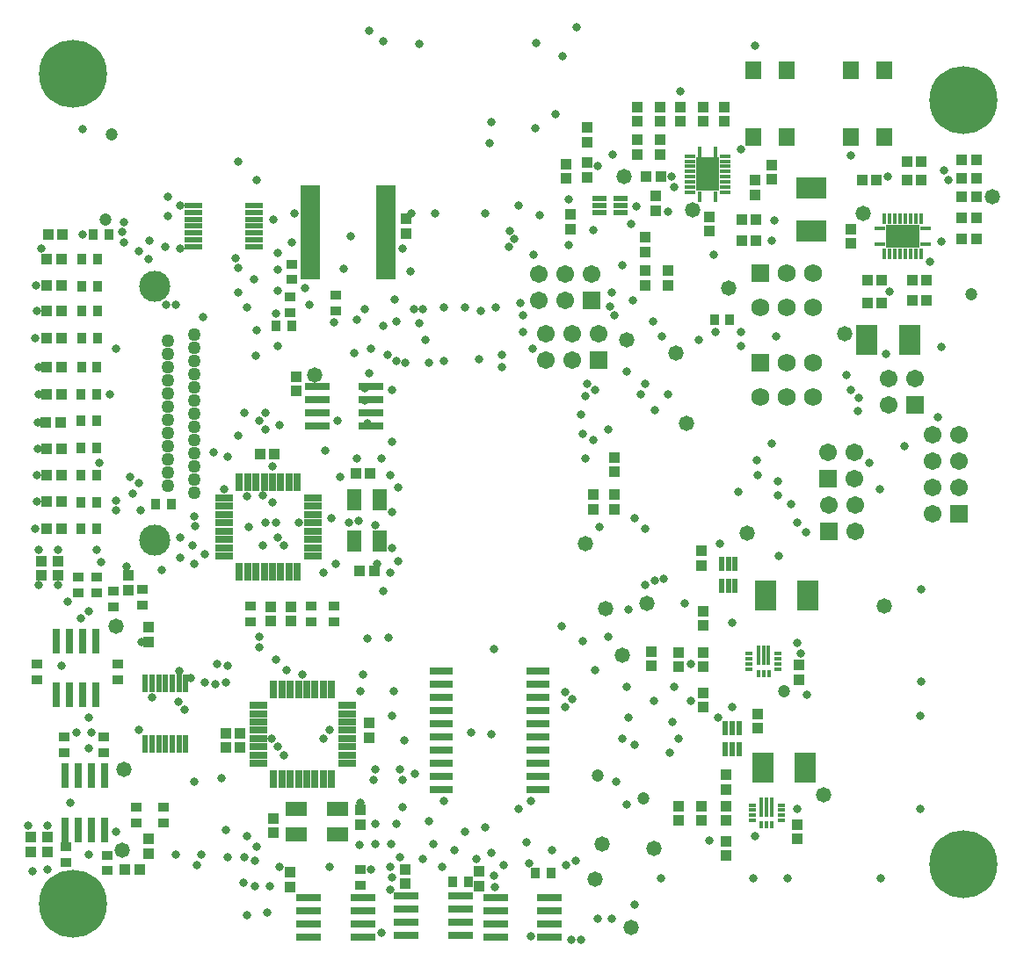
<source format=gbs>
G04*
G04 #@! TF.GenerationSoftware,Altium Limited,Altium Designer,18.0.12 (696)*
G04*
G04 Layer_Color=16711935*
%FSLAX25Y25*%
%MOIN*%
G70*
G01*
G75*
%ADD23R,0.05524X0.07887*%
%ADD27R,0.03556X0.04343*%
%ADD28R,0.04343X0.03950*%
%ADD29R,0.04343X0.03556*%
%ADD30R,0.05400X0.02200*%
%ADD36R,0.03950X0.04343*%
%ADD40C,0.06706*%
%ADD41R,0.06706X0.06706*%
%ADD42R,0.06706X0.06706*%
%ADD43C,0.06800*%
%ADD44R,0.06800X0.06800*%
%ADD45C,0.05000*%
%ADD46C,0.25800*%
%ADD47C,0.03162*%
%ADD48C,0.05800*%
%ADD49C,0.04737*%
%ADD50C,0.11800*%
%ADD119R,0.09461X0.03162*%
%ADD120R,0.03162X0.09461*%
%ADD121R,0.08674X0.03162*%
%ADD122R,0.02965X0.06706*%
%ADD123R,0.06706X0.02965*%
%ADD124R,0.05918X0.06902*%
%ADD125R,0.08339X0.11784*%
%ADD126R,0.11784X0.08339*%
%ADD127R,0.07300X0.02500*%
%ADD128R,0.02200X0.05400*%
%ADD129R,0.06600X0.02200*%
%ADD130R,0.02200X0.06600*%
%ADD131R,0.02965X0.06706*%
%ADD132R,0.06706X0.02965*%
%ADD133R,0.02762X0.01345*%
%ADD134R,0.01345X0.02762*%
%ADD135R,0.01266X0.07447*%
%ADD136R,0.07887X0.05524*%
%ADD137R,0.12887X0.08950*%
%ADD138R,0.01824X0.04343*%
%ADD139R,0.04343X0.01824*%
%ADD140R,0.08950X0.12887*%
D23*
X136221Y157480D02*
D03*
Y173228D02*
D03*
X126772D02*
D03*
Y157480D02*
D03*
D27*
X29134Y223622D02*
D03*
X23228D02*
D03*
X102953Y239370D02*
D03*
X97047D02*
D03*
X195472Y31496D02*
D03*
X201378D02*
D03*
X163976Y28346D02*
D03*
X169882D02*
D03*
X51378Y171653D02*
D03*
X57284D02*
D03*
X27756Y274016D02*
D03*
X33661D02*
D03*
X23317Y244882D02*
D03*
X29223D02*
D03*
X23317Y234646D02*
D03*
X29223D02*
D03*
X23317Y264567D02*
D03*
X29223D02*
D03*
X23317Y254331D02*
D03*
X29223D02*
D03*
X23031Y192913D02*
D03*
X28937D02*
D03*
X23031Y182677D02*
D03*
X28937D02*
D03*
X263189Y241732D02*
D03*
X269094D02*
D03*
X23031Y162205D02*
D03*
X28937D02*
D03*
X23031Y172441D02*
D03*
X28937D02*
D03*
X23031Y203150D02*
D03*
X28937D02*
D03*
X23031Y213386D02*
D03*
X28937D02*
D03*
D28*
X146457Y274409D02*
D03*
Y279921D02*
D03*
X146063Y33071D02*
D03*
Y27559D02*
D03*
X174016Y32283D02*
D03*
Y26772D02*
D03*
X102362Y26378D02*
D03*
Y31890D02*
D03*
X48819Y119291D02*
D03*
Y124803D02*
D03*
X7874Y150000D02*
D03*
Y144488D02*
D03*
X40945D02*
D03*
Y138976D02*
D03*
X14173Y150000D02*
D03*
Y144488D02*
D03*
X48819Y38976D02*
D03*
Y44488D02*
D03*
X10236Y39764D02*
D03*
Y45276D02*
D03*
X3937Y39764D02*
D03*
Y45276D02*
D03*
X314961Y275984D02*
D03*
Y270472D02*
D03*
X207087Y295276D02*
D03*
Y300787D02*
D03*
X214961Y301181D02*
D03*
Y295669D02*
D03*
X261417Y275197D02*
D03*
Y280709D02*
D03*
X240945Y283071D02*
D03*
Y288583D02*
D03*
X266929Y322441D02*
D03*
Y316929D02*
D03*
X233858Y316929D02*
D03*
Y322441D02*
D03*
X250394Y322441D02*
D03*
Y316929D02*
D03*
X242520Y322441D02*
D03*
Y316929D02*
D03*
Y309842D02*
D03*
Y304331D02*
D03*
X233858Y304331D02*
D03*
Y309842D02*
D03*
X259055Y322441D02*
D03*
Y316929D02*
D03*
X294488Y44488D02*
D03*
Y50000D02*
D03*
X267717Y38189D02*
D03*
Y43701D02*
D03*
X249606Y115354D02*
D03*
Y109843D02*
D03*
X102625Y127165D02*
D03*
Y132677D02*
D03*
X95013Y132677D02*
D03*
Y127165D02*
D03*
X258268Y148425D02*
D03*
Y153937D02*
D03*
X259055Y109843D02*
D03*
Y115354D02*
D03*
X239370Y115748D02*
D03*
Y110236D02*
D03*
X295276Y110630D02*
D03*
Y105118D02*
D03*
X259055Y131102D02*
D03*
Y125591D02*
D03*
X259055Y100000D02*
D03*
Y94488D02*
D03*
X225197Y183858D02*
D03*
Y189370D02*
D03*
X258268Y57087D02*
D03*
Y51575D02*
D03*
X267717Y51575D02*
D03*
Y57087D02*
D03*
X249606Y57087D02*
D03*
Y51575D02*
D03*
X279528Y86614D02*
D03*
Y92126D02*
D03*
X225197Y169685D02*
D03*
Y175197D02*
D03*
X217323Y175197D02*
D03*
Y169685D02*
D03*
X267717Y68898D02*
D03*
Y63386D02*
D03*
X132283Y88583D02*
D03*
Y83071D02*
D03*
X83465Y79134D02*
D03*
Y84646D02*
D03*
X77953Y79134D02*
D03*
Y84646D02*
D03*
X104724Y220079D02*
D03*
Y214567D02*
D03*
X96063Y52362D02*
D03*
Y46850D02*
D03*
X129134Y50000D02*
D03*
Y55512D02*
D03*
X214961Y314567D02*
D03*
Y309055D02*
D03*
X237008Y260236D02*
D03*
Y254724D02*
D03*
X285039Y300394D02*
D03*
Y294882D02*
D03*
X278740Y288976D02*
D03*
Y294488D02*
D03*
X245669Y254724D02*
D03*
Y260236D02*
D03*
X208661Y275984D02*
D03*
Y281496D02*
D03*
X237008Y272835D02*
D03*
Y267323D02*
D03*
D29*
X6299Y110827D02*
D03*
Y104921D02*
D03*
X102362Y250197D02*
D03*
Y244291D02*
D03*
X103150Y262795D02*
D03*
Y256890D02*
D03*
X129134Y26969D02*
D03*
Y32874D02*
D03*
X35433Y132677D02*
D03*
Y138583D02*
D03*
X46457Y133268D02*
D03*
Y139173D02*
D03*
X44094Y56693D02*
D03*
Y50787D02*
D03*
X54331Y56496D02*
D03*
Y50591D02*
D03*
X119685Y250984D02*
D03*
Y245079D02*
D03*
X37008Y110827D02*
D03*
Y104921D02*
D03*
X29134Y143898D02*
D03*
Y137992D02*
D03*
X22047Y143898D02*
D03*
Y137992D02*
D03*
X17323Y35630D02*
D03*
Y41535D02*
D03*
X16535Y83268D02*
D03*
Y77362D02*
D03*
X110236Y132874D02*
D03*
Y126969D02*
D03*
X31496Y77362D02*
D03*
Y83268D02*
D03*
X118898Y132874D02*
D03*
Y126969D02*
D03*
X33071Y32480D02*
D03*
Y38386D02*
D03*
X87402Y132874D02*
D03*
Y126969D02*
D03*
D30*
X219522Y282439D02*
D03*
Y285039D02*
D03*
Y287639D02*
D03*
X227722D02*
D03*
Y285039D02*
D03*
Y282439D02*
D03*
D36*
X16142Y274016D02*
D03*
X10630D02*
D03*
X15640Y264764D02*
D03*
X10128D02*
D03*
X15640Y254724D02*
D03*
X10128D02*
D03*
X15640Y244882D02*
D03*
X10128D02*
D03*
X15640Y234646D02*
D03*
X10128D02*
D03*
X10150Y162401D02*
D03*
X15662D02*
D03*
X10150Y172480D02*
D03*
X15662D02*
D03*
X10150Y182559D02*
D03*
X15662D02*
D03*
X10150Y192638D02*
D03*
X15662D02*
D03*
X9756Y202716D02*
D03*
X15268D02*
D03*
X15662Y213386D02*
D03*
X10150D02*
D03*
X45276Y33071D02*
D03*
X39764D02*
D03*
X326772Y248031D02*
D03*
X321260D02*
D03*
X326772Y256693D02*
D03*
X321260D02*
D03*
X336221Y301575D02*
D03*
X341732D02*
D03*
X341732Y294488D02*
D03*
X336221D02*
D03*
X357087Y302362D02*
D03*
X362598D02*
D03*
X362598Y295276D02*
D03*
X357087D02*
D03*
X362598Y288189D02*
D03*
X357087D02*
D03*
X362598Y280315D02*
D03*
X357087D02*
D03*
X362598Y272441D02*
D03*
X357087D02*
D03*
X343701Y248819D02*
D03*
X338189D02*
D03*
X338189Y256693D02*
D03*
X343701D02*
D03*
X279134Y279528D02*
D03*
X273622D02*
D03*
X279134Y271654D02*
D03*
X273622D02*
D03*
X242913Y296063D02*
D03*
X237402D02*
D03*
X128740Y146457D02*
D03*
X134252D02*
D03*
X90945Y190551D02*
D03*
X96457D02*
D03*
X10150Y223622D02*
D03*
X15662D02*
D03*
X132677Y183465D02*
D03*
X127165D02*
D03*
X324803Y294488D02*
D03*
X319291D02*
D03*
D40*
X345905Y198110D02*
D03*
X355906D02*
D03*
X345905Y188110D02*
D03*
X355906D02*
D03*
X345905Y178110D02*
D03*
X355906D02*
D03*
X345905Y168110D02*
D03*
X196535Y259055D02*
D03*
Y249055D02*
D03*
X206535Y259055D02*
D03*
Y249055D02*
D03*
X216535Y259055D02*
D03*
X199449Y236221D02*
D03*
Y226220D02*
D03*
X209449Y236221D02*
D03*
Y226220D02*
D03*
X219449Y236221D02*
D03*
X316535Y171417D02*
D03*
X306535D02*
D03*
X316535Y161417D02*
D03*
X316299Y191417D02*
D03*
X306299D02*
D03*
X316299Y181417D02*
D03*
X329370Y209449D02*
D03*
X339370Y219449D02*
D03*
X329370D02*
D03*
D41*
X355906Y168110D02*
D03*
X306535Y161417D02*
D03*
X306299Y181417D02*
D03*
X339370Y209449D02*
D03*
D42*
X216535Y249055D02*
D03*
X219449Y226220D02*
D03*
D43*
X300787Y212161D02*
D03*
X290787D02*
D03*
X280787D02*
D03*
X300787Y225161D02*
D03*
X290787D02*
D03*
X290551Y259256D02*
D03*
X300551D02*
D03*
X280551Y246256D02*
D03*
X290551D02*
D03*
X300551D02*
D03*
D44*
X280787Y225161D02*
D03*
X280551Y259256D02*
D03*
D45*
X65905Y231122D02*
D03*
Y236122D02*
D03*
Y221122D02*
D03*
Y226122D02*
D03*
Y216122D02*
D03*
X55905Y218622D02*
D03*
X65905Y211122D02*
D03*
X55905Y213622D02*
D03*
X65905Y186122D02*
D03*
Y181122D02*
D03*
Y176122D02*
D03*
Y201122D02*
D03*
Y206122D02*
D03*
Y191122D02*
D03*
Y196122D02*
D03*
X55905Y233622D02*
D03*
Y203622D02*
D03*
Y208622D02*
D03*
Y228622D02*
D03*
Y198622D02*
D03*
Y223622D02*
D03*
Y188622D02*
D03*
Y193622D02*
D03*
Y178622D02*
D03*
Y183622D02*
D03*
D46*
X357520Y325000D02*
D03*
Y35000D02*
D03*
X20000Y20000D02*
D03*
Y335000D02*
D03*
D47*
X328346Y228740D02*
D03*
X137008Y9055D02*
D03*
X193701Y7480D02*
D03*
X209124Y6291D02*
D03*
X212598Y6299D02*
D03*
X348031Y204724D02*
D03*
X278150Y29528D02*
D03*
X242913D02*
D03*
X326279D02*
D03*
X291043D02*
D03*
X341339Y91339D02*
D03*
Y56102D02*
D03*
X341732Y139370D02*
D03*
Y104134D02*
D03*
X222835Y200000D02*
D03*
X217322Y196063D02*
D03*
X212598Y205512D02*
D03*
X218110Y214960D02*
D03*
X214355Y212598D02*
D03*
X213386Y198425D02*
D03*
X214960Y217299D02*
D03*
X237008Y217323D02*
D03*
X229921Y222047D02*
D03*
X233070Y166141D02*
D03*
X237008Y162205D02*
D03*
X251968Y133858D02*
D03*
X235433Y213386D02*
D03*
X190551Y237007D02*
D03*
X194453Y230673D02*
D03*
X182677Y223622D02*
D03*
X182677Y228346D02*
D03*
X160630Y225984D02*
D03*
X155118Y225197D02*
D03*
X145882Y225409D02*
D03*
X142519Y225984D02*
D03*
X130709Y215748D02*
D03*
X131496Y202362D02*
D03*
X115748Y192126D02*
D03*
X273228Y231496D02*
D03*
X273228Y237007D02*
D03*
X257480Y233858D02*
D03*
X263779Y237007D02*
D03*
X243307Y235433D02*
D03*
X239843Y240945D02*
D03*
X232283Y248818D02*
D03*
X225197Y243307D02*
D03*
X224410Y251969D02*
D03*
X279311Y188189D02*
D03*
X292441Y171653D02*
D03*
X287401Y174803D02*
D03*
X287402Y180315D02*
D03*
X279528Y182677D02*
D03*
X285039Y194488D02*
D03*
X121260Y181890D02*
D03*
X137115Y188976D02*
D03*
X140945Y195275D02*
D03*
X127559Y188976D02*
D03*
X98425Y201574D02*
D03*
X95669Y185827D02*
D03*
X85039Y206299D02*
D03*
X92913D02*
D03*
X90551Y203150D02*
D03*
X92913Y200000D02*
D03*
X97638Y231496D02*
D03*
Y252756D02*
D03*
Y260630D02*
D03*
X103150Y270866D02*
D03*
X97638Y266929D02*
D03*
X176378Y48819D02*
D03*
X168504Y47244D02*
D03*
X155118Y51181D02*
D03*
X144882Y56693D02*
D03*
X142519Y50394D02*
D03*
X134646Y50394D02*
D03*
X133859Y66929D02*
D03*
X149606Y69291D02*
D03*
X144094Y70866D02*
D03*
X134645D02*
D03*
X144882Y66929D02*
D03*
X145669Y81890D02*
D03*
X78740Y37795D02*
D03*
X77953Y48031D02*
D03*
X85827Y45669D02*
D03*
X66929Y34646D02*
D03*
X59055Y38583D02*
D03*
X68504D02*
D03*
X85039Y37795D02*
D03*
X84720Y27837D02*
D03*
X66142Y66142D02*
D03*
X36406Y47430D02*
D03*
X3150Y49606D02*
D03*
X7087Y140945D02*
D03*
Y154330D02*
D03*
X14173Y140945D02*
D03*
X18110Y134645D02*
D03*
X14173Y154331D02*
D03*
X29921Y187401D02*
D03*
X42520Y175590D02*
D03*
X41795Y181889D02*
D03*
X44882Y179528D02*
D03*
X29134Y154330D02*
D03*
X30709Y149606D02*
D03*
X40157Y148031D02*
D03*
X329528Y252362D02*
D03*
X298425Y99213D02*
D03*
X286614Y235433D02*
D03*
X118110Y166141D02*
D03*
X82677Y197638D02*
D03*
X231496Y277953D02*
D03*
X245669Y282677D02*
D03*
X248031Y292126D02*
D03*
X218898Y300000D02*
D03*
X97047Y243898D02*
D03*
X246850Y296063D02*
D03*
X329134Y295866D02*
D03*
X344882Y263779D02*
D03*
X82677Y301575D02*
D03*
X89764Y294488D02*
D03*
X124554Y164567D02*
D03*
X128347Y165354D02*
D03*
X105512Y164567D02*
D03*
X134685Y163740D02*
D03*
X135433Y148819D02*
D03*
X114961Y145669D02*
D03*
X119539Y149031D02*
D03*
X97638Y159055D02*
D03*
X100000Y155905D02*
D03*
X86614Y162992D02*
D03*
X86039Y174591D02*
D03*
X92126Y174803D02*
D03*
X77165Y177165D02*
D03*
X89370Y227953D02*
D03*
X89764Y237795D02*
D03*
X78740Y189764D02*
D03*
X73228Y191338D02*
D03*
X122520Y260945D02*
D03*
X107874Y253543D02*
D03*
X318110Y211811D02*
D03*
X218110Y108661D02*
D03*
X229921Y102362D02*
D03*
X228346Y82677D02*
D03*
X45669Y169291D02*
D03*
X36220D02*
D03*
X36220Y173083D02*
D03*
X53543Y146685D02*
D03*
X60630Y159055D02*
D03*
Y151181D02*
D03*
X66142Y148819D02*
D03*
X65354Y155905D02*
D03*
X70079Y152756D02*
D03*
X192126Y43307D02*
D03*
X188976Y55905D02*
D03*
X88665Y257004D02*
D03*
X96063Y279528D02*
D03*
X207874Y270078D02*
D03*
X194488Y266142D02*
D03*
X185171Y269291D02*
D03*
X217322Y275590D02*
D03*
X187402Y272441D02*
D03*
X196850Y281296D02*
D03*
X176378Y281889D02*
D03*
X185622Y275416D02*
D03*
X188976Y285039D02*
D03*
X245669Y213386D02*
D03*
X103937Y281890D02*
D03*
X118898Y240779D02*
D03*
X130708Y245669D02*
D03*
X137795Y239370D02*
D03*
X149394Y245520D02*
D03*
X151181Y240158D02*
D03*
X142520Y240945D02*
D03*
X142126Y249213D02*
D03*
X152756Y245669D02*
D03*
X153543Y233858D02*
D03*
X140945Y214960D02*
D03*
X223669Y246534D02*
D03*
X189764Y247885D02*
D03*
X140157Y182677D02*
D03*
X143307Y177952D02*
D03*
X131496Y120472D02*
D03*
X139795Y120835D02*
D03*
X137795Y138582D02*
D03*
X140157Y145669D02*
D03*
X143457Y149953D02*
D03*
X140945Y91338D02*
D03*
X160630Y59055D02*
D03*
X164567Y40157D02*
D03*
X173067Y37008D02*
D03*
X178740Y39370D02*
D03*
X179527Y30709D02*
D03*
X272441Y176378D02*
D03*
X109646Y247441D02*
D03*
X249606Y82677D02*
D03*
X247244Y88976D02*
D03*
X246456Y77165D02*
D03*
X254331Y96850D02*
D03*
X254330Y111023D02*
D03*
X244094Y143307D02*
D03*
X139212Y228346D02*
D03*
X264567Y90626D02*
D03*
X140945Y168504D02*
D03*
Y155118D02*
D03*
X92913Y164567D02*
D03*
X230709Y90551D02*
D03*
X233070Y80315D02*
D03*
X230709Y131496D02*
D03*
X237008Y141042D02*
D03*
X7087Y213386D02*
D03*
X7087Y223622D02*
D03*
X5512Y234646D02*
D03*
X6299Y244882D02*
D03*
X5906Y254724D02*
D03*
X7874Y268503D02*
D03*
X36220Y230709D02*
D03*
X100000Y76378D02*
D03*
X248031Y102362D02*
D03*
X270079Y126772D02*
D03*
X209448Y97638D02*
D03*
X206512Y100319D02*
D03*
X206771Y94773D02*
D03*
X141732Y100787D02*
D03*
X129134D02*
D03*
X117323Y85827D02*
D03*
X129134Y58268D02*
D03*
X89764Y41732D02*
D03*
X88976Y36220D02*
D03*
Y26772D02*
D03*
X62205Y93701D02*
D03*
X76438Y67496D02*
D03*
X70079Y103937D02*
D03*
X64567Y105512D02*
D03*
X74016Y103149D02*
D03*
X74803Y111023D02*
D03*
X77953Y103937D02*
D03*
X55905Y281102D02*
D03*
X55118Y269291D02*
D03*
X55905Y288188D02*
D03*
X60638Y285048D02*
D03*
X39370Y278740D02*
D03*
X38583Y274803D02*
D03*
X39370Y270866D02*
D03*
D03*
X48969Y271533D02*
D03*
X44882Y267716D02*
D03*
X60630Y268503D02*
D03*
X48819Y264566D02*
D03*
X81716Y264929D02*
D03*
X85827Y246456D02*
D03*
X82677Y251968D02*
D03*
Y261417D02*
D03*
X69291Y242519D02*
D03*
X55246Y247372D02*
D03*
X59055Y247244D02*
D03*
X46063Y119291D02*
D03*
X66473Y163323D02*
D03*
X66142Y166929D02*
D03*
X90551Y117323D02*
D03*
X96850Y112598D02*
D03*
X100936Y108661D02*
D03*
X59842Y96758D02*
D03*
X287513Y151857D02*
D03*
X265354Y156693D02*
D03*
X179527Y116535D02*
D03*
X33858Y213386D02*
D03*
X78740Y110236D02*
D03*
X60218Y108250D02*
D03*
X49917Y98425D02*
D03*
X322047Y187402D02*
D03*
X210666Y36220D02*
D03*
X201574Y40157D02*
D03*
X192913Y35433D02*
D03*
X183464Y34646D02*
D03*
X93701Y16535D02*
D03*
X85827Y15748D02*
D03*
X144882Y268503D02*
D03*
X148031Y259842D02*
D03*
X157480Y281889D02*
D03*
X148408Y281873D02*
D03*
X240158Y96850D02*
D03*
X294488Y118898D02*
D03*
X270079Y94488D02*
D03*
X296063Y114961D02*
D03*
X294488Y164567D02*
D03*
X297850Y160843D02*
D03*
X132283Y351181D02*
D03*
X211023Y352755D02*
D03*
X325984Y177165D02*
D03*
X335433Y193701D02*
D03*
X315047Y214874D02*
D03*
X205511Y341732D02*
D03*
X203150Y319685D02*
D03*
X195276Y314173D02*
D03*
X151181Y346457D02*
D03*
X137795Y347298D02*
D03*
X313386Y220472D02*
D03*
X351969Y294488D02*
D03*
X350394Y298425D02*
D03*
X195787Y346732D02*
D03*
X133071Y230708D02*
D03*
X126771Y229133D02*
D03*
X132283Y221260D02*
D03*
X262992Y266142D02*
D03*
X317488Y207087D02*
D03*
X278740Y345669D02*
D03*
X273228Y306299D02*
D03*
X314961Y303937D02*
D03*
X98425Y33858D02*
D03*
X205273Y125197D02*
D03*
X44882Y85827D02*
D03*
X6654Y202716D02*
D03*
X6811Y192638D02*
D03*
X6417Y182559D02*
D03*
X6339Y172480D02*
D03*
X5709Y162401D02*
D03*
X132874Y32874D02*
D03*
X134646Y42685D02*
D03*
X140157Y33858D02*
D03*
X140779Y42685D02*
D03*
X144094Y37795D02*
D03*
X128815Y42201D02*
D03*
X156693Y42520D02*
D03*
X140945Y29921D02*
D03*
X140157Y25197D02*
D03*
X117323Y33858D02*
D03*
X94488Y26772D02*
D03*
X179921Y26378D02*
D03*
X159843Y33858D02*
D03*
X152756Y37008D02*
D03*
X22835Y128346D02*
D03*
X10236Y49606D02*
D03*
X4724Y32283D02*
D03*
X10236Y33071D02*
D03*
X21260Y85039D02*
D03*
X26909Y84902D02*
D03*
X18898Y58268D02*
D03*
X170866Y85039D02*
D03*
X107087Y107087D02*
D03*
X129921D02*
D03*
X193700Y59055D02*
D03*
X130709Y211024D02*
D03*
X95276Y82677D02*
D03*
X97638Y79528D02*
D03*
X114961Y82677D02*
D03*
X233071Y19685D02*
D03*
X224410Y14173D02*
D03*
X90551Y121260D02*
D03*
X120472Y203150D02*
D03*
X96850Y164567D02*
D03*
X95669Y172441D02*
D03*
X15748Y110236D02*
D03*
X92126Y155905D02*
D03*
X168504Y246457D02*
D03*
X174803Y244881D02*
D03*
X160630Y246457D02*
D03*
X180315D02*
D03*
X190551Y243307D02*
D03*
X233522Y284588D02*
D03*
X285827Y279134D02*
D03*
X285039Y271654D02*
D03*
X250394Y328346D02*
D03*
X224803Y304331D02*
D03*
X240551Y207283D02*
D03*
Y142520D02*
D03*
X222835Y121260D02*
D03*
X213385Y119685D02*
D03*
X214173Y188976D02*
D03*
X219685Y162992D02*
D03*
X294488Y55905D02*
D03*
X278740Y45669D02*
D03*
X261417Y44094D02*
D03*
X225984Y66142D02*
D03*
X229921Y57480D02*
D03*
X228346Y262205D02*
D03*
X207087Y34646D02*
D03*
X207874Y287402D02*
D03*
X178740Y84252D02*
D03*
X218898Y14173D02*
D03*
X125197Y273228D02*
D03*
X178740Y316535D02*
D03*
X174016Y226772D02*
D03*
X127559Y241732D02*
D03*
X177953Y308661D02*
D03*
X23622Y273917D02*
D03*
Y314075D02*
D03*
X25984Y38681D02*
D03*
Y78839D02*
D03*
Y90650D02*
D03*
Y130807D02*
D03*
X349213Y271457D02*
D03*
Y231299D02*
D03*
D48*
X214173Y156693D02*
D03*
X229921Y233858D02*
D03*
X248818Y229133D02*
D03*
X255118Y283464D02*
D03*
X237795Y133858D02*
D03*
X222047Y132083D02*
D03*
X36220Y125197D02*
D03*
X231496Y11024D02*
D03*
X38583Y40157D02*
D03*
X275590Y160630D02*
D03*
X304724Y61319D02*
D03*
X327559Y133071D02*
D03*
X111811Y220472D02*
D03*
X268504Y253543D02*
D03*
X368504Y288189D02*
D03*
X319685Y281890D02*
D03*
X312598Y236221D02*
D03*
X229134Y296063D02*
D03*
X252756Y202362D02*
D03*
X228346Y114173D02*
D03*
X220727Y42520D02*
D03*
X240158Y40945D02*
D03*
X218110Y29134D02*
D03*
X39370Y70866D02*
D03*
D49*
X236221Y59842D02*
D03*
X32283Y279527D02*
D03*
X360630Y251181D02*
D03*
X289764Y100787D02*
D03*
X218898Y68504D02*
D03*
X34646Y311811D02*
D03*
D50*
X50906Y254372D02*
D03*
Y157872D02*
D03*
D119*
X133071Y216161D02*
D03*
Y211161D02*
D03*
Y201161D02*
D03*
X112598Y216161D02*
D03*
Y211161D02*
D03*
Y201161D02*
D03*
X133071Y206161D02*
D03*
X112598D02*
D03*
X129921Y17461D02*
D03*
X109449D02*
D03*
X129921Y22461D02*
D03*
Y12461D02*
D03*
Y7461D02*
D03*
X109449Y22461D02*
D03*
Y12461D02*
D03*
Y7461D02*
D03*
X166929Y17854D02*
D03*
X146457D02*
D03*
X166929Y22854D02*
D03*
Y12854D02*
D03*
Y7854D02*
D03*
X146457Y22854D02*
D03*
Y12854D02*
D03*
Y7854D02*
D03*
X200787Y17461D02*
D03*
X180315D02*
D03*
X200787Y22461D02*
D03*
Y12461D02*
D03*
Y7461D02*
D03*
X180315Y22461D02*
D03*
Y12461D02*
D03*
Y7461D02*
D03*
D120*
X18760Y119685D02*
D03*
Y99213D02*
D03*
X13760Y119685D02*
D03*
X23760D02*
D03*
X28760D02*
D03*
X13760Y99213D02*
D03*
X23760D02*
D03*
X28760D02*
D03*
X26909Y48031D02*
D03*
Y68504D02*
D03*
X31909Y48031D02*
D03*
X21910D02*
D03*
X16909D02*
D03*
X31909Y68504D02*
D03*
X21910D02*
D03*
X16909D02*
D03*
D121*
X159646Y108327D02*
D03*
Y103327D02*
D03*
Y98327D02*
D03*
Y93327D02*
D03*
Y88327D02*
D03*
Y83327D02*
D03*
Y78327D02*
D03*
Y73327D02*
D03*
Y68327D02*
D03*
Y63327D02*
D03*
X196260D02*
D03*
Y68327D02*
D03*
Y73327D02*
D03*
Y78327D02*
D03*
Y83327D02*
D03*
Y88327D02*
D03*
Y93327D02*
D03*
Y98327D02*
D03*
Y103327D02*
D03*
Y108327D02*
D03*
D122*
X118110Y101181D02*
D03*
X114961D02*
D03*
X111811D02*
D03*
X108661D02*
D03*
X105512D02*
D03*
X102362D02*
D03*
X99213D02*
D03*
X96063D02*
D03*
Y67323D02*
D03*
X99213D02*
D03*
X102362D02*
D03*
X105512D02*
D03*
X108661D02*
D03*
X111811D02*
D03*
X114961D02*
D03*
X118110D02*
D03*
D123*
X90158Y95276D02*
D03*
Y92126D02*
D03*
Y88976D02*
D03*
Y85827D02*
D03*
Y82677D02*
D03*
Y79528D02*
D03*
Y76378D02*
D03*
Y73228D02*
D03*
X124016D02*
D03*
Y76378D02*
D03*
Y79528D02*
D03*
Y82677D02*
D03*
Y85827D02*
D03*
Y88976D02*
D03*
Y92126D02*
D03*
Y95276D02*
D03*
D124*
X277953Y336221D02*
D03*
Y311024D02*
D03*
X290551D02*
D03*
Y336221D02*
D03*
X314961D02*
D03*
Y311024D02*
D03*
X327559D02*
D03*
Y336221D02*
D03*
D125*
X282531Y137008D02*
D03*
X298571D02*
D03*
X297783Y71653D02*
D03*
X281744D02*
D03*
X337154Y233858D02*
D03*
X321114D02*
D03*
D126*
X300000Y291484D02*
D03*
Y275445D02*
D03*
D127*
X138709Y291403D02*
D03*
Y288903D02*
D03*
Y286303D02*
D03*
Y283803D02*
D03*
Y281203D02*
D03*
Y278603D02*
D03*
Y276103D02*
D03*
Y273503D02*
D03*
Y271003D02*
D03*
Y268403D02*
D03*
Y265803D02*
D03*
Y263303D02*
D03*
Y260703D02*
D03*
Y258203D02*
D03*
X110109D02*
D03*
Y260703D02*
D03*
Y263303D02*
D03*
Y265803D02*
D03*
Y268403D02*
D03*
Y271003D02*
D03*
Y273503D02*
D03*
Y276103D02*
D03*
Y278603D02*
D03*
Y281203D02*
D03*
Y283803D02*
D03*
Y286303D02*
D03*
Y288903D02*
D03*
Y291403D02*
D03*
D128*
X267479Y78577D02*
D03*
X270079D02*
D03*
X272679D02*
D03*
Y86777D02*
D03*
X270079D02*
D03*
X267479D02*
D03*
X265904Y148982D02*
D03*
X268504D02*
D03*
X271104D02*
D03*
Y140782D02*
D03*
X268504D02*
D03*
X265904D02*
D03*
D129*
X65665Y269465D02*
D03*
Y272065D02*
D03*
Y274565D02*
D03*
Y277165D02*
D03*
Y279765D02*
D03*
Y282265D02*
D03*
Y284865D02*
D03*
X88665D02*
D03*
Y282265D02*
D03*
Y279765D02*
D03*
Y277165D02*
D03*
Y274565D02*
D03*
Y272065D02*
D03*
Y269465D02*
D03*
D130*
X47418Y103626D02*
D03*
X50018D02*
D03*
X52518D02*
D03*
X55118D02*
D03*
X57718D02*
D03*
X60218D02*
D03*
X62818D02*
D03*
Y80626D02*
D03*
X60218D02*
D03*
X57718D02*
D03*
X55118D02*
D03*
X52518D02*
D03*
X50018D02*
D03*
X47418D02*
D03*
D131*
X83071Y179921D02*
D03*
X86221D02*
D03*
X89370D02*
D03*
X92520D02*
D03*
X95669D02*
D03*
X98819D02*
D03*
X101969D02*
D03*
X105118D02*
D03*
Y146063D02*
D03*
X101969D02*
D03*
X98819D02*
D03*
X95669D02*
D03*
X92520D02*
D03*
X89370D02*
D03*
X86221D02*
D03*
X83071D02*
D03*
D132*
X111024Y174016D02*
D03*
Y170866D02*
D03*
Y167717D02*
D03*
Y164567D02*
D03*
Y161417D02*
D03*
Y158268D02*
D03*
Y155118D02*
D03*
Y151969D02*
D03*
X77165D02*
D03*
Y155118D02*
D03*
Y158268D02*
D03*
Y161417D02*
D03*
Y164567D02*
D03*
Y167717D02*
D03*
Y170866D02*
D03*
Y174016D02*
D03*
D133*
X276378Y114941D02*
D03*
Y112972D02*
D03*
Y111004D02*
D03*
Y109035D02*
D03*
X287402D02*
D03*
Y111004D02*
D03*
Y112972D02*
D03*
Y114941D02*
D03*
X277520Y57461D02*
D03*
Y55492D02*
D03*
Y53524D02*
D03*
Y51555D02*
D03*
X288543D02*
D03*
Y53524D02*
D03*
Y55492D02*
D03*
Y57461D02*
D03*
D134*
X279921Y107461D02*
D03*
X281890D02*
D03*
X283858D02*
D03*
X281063Y49980D02*
D03*
X283032D02*
D03*
X285000D02*
D03*
D135*
X283819Y114173D02*
D03*
X281890D02*
D03*
X279961D02*
D03*
X284961Y56693D02*
D03*
X283032D02*
D03*
X281102D02*
D03*
D136*
X104724Y46457D02*
D03*
X120473D02*
D03*
Y55905D02*
D03*
X104724D02*
D03*
D137*
X334646Y273228D02*
D03*
D138*
X339567Y279862D02*
D03*
X337598D02*
D03*
X335630D02*
D03*
X333661D02*
D03*
X331693D02*
D03*
X329724D02*
D03*
X327756D02*
D03*
X329724Y266595D02*
D03*
X331693D02*
D03*
X333661D02*
D03*
X335630D02*
D03*
X337598D02*
D03*
X339567D02*
D03*
X341535D02*
D03*
Y279862D02*
D03*
X327756Y266595D02*
D03*
X257677Y288248D02*
D03*
X263583Y305453D02*
D03*
X257677D02*
D03*
X263583Y288248D02*
D03*
D139*
X326043Y276181D02*
D03*
X343248Y270276D02*
D03*
Y276181D02*
D03*
X326043Y270276D02*
D03*
X253996Y301772D02*
D03*
Y299803D02*
D03*
Y297835D02*
D03*
Y295866D02*
D03*
Y293898D02*
D03*
Y291929D02*
D03*
Y289961D02*
D03*
X267264Y291929D02*
D03*
Y293898D02*
D03*
Y295866D02*
D03*
Y297835D02*
D03*
Y299803D02*
D03*
Y301772D02*
D03*
Y303740D02*
D03*
X253996D02*
D03*
X267264Y289961D02*
D03*
D140*
X260630Y296850D02*
D03*
M02*

</source>
